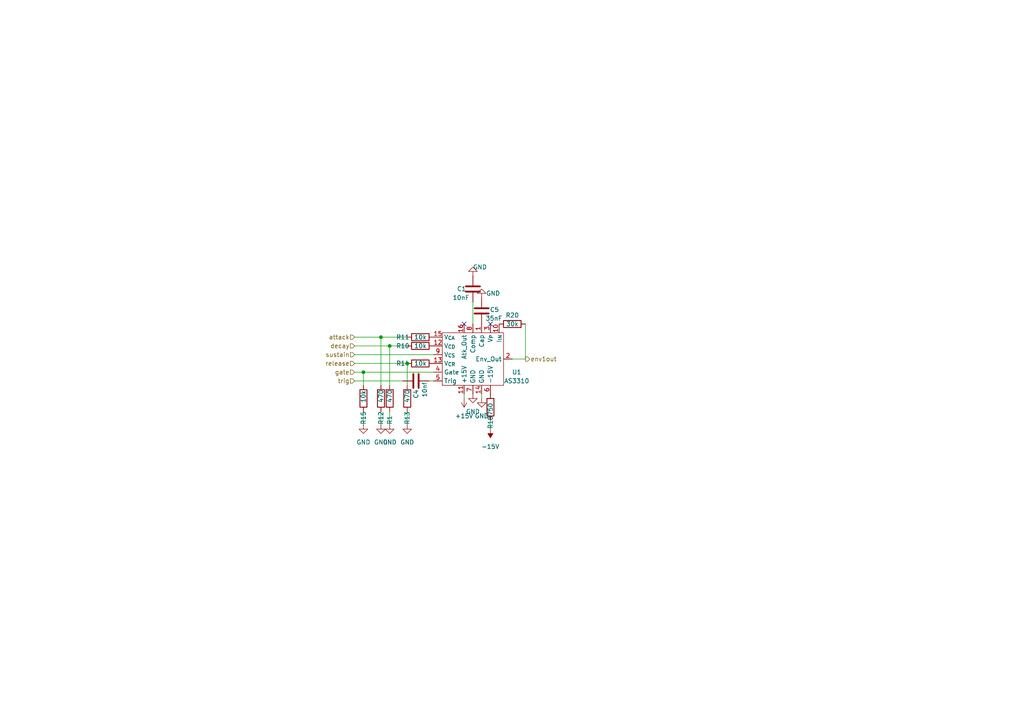
<source format=kicad_sch>
(kicad_sch (version 20211123) (generator eeschema)

  (uuid 628ecdc5-5310-4baa-9b41-acfd2b19e0fb)

  (paper "A4")

  (lib_symbols
    (symbol "Device:C" (pin_numbers hide) (pin_names (offset 0.254)) (in_bom yes) (on_board yes)
      (property "Reference" "C" (id 0) (at 0.635 2.54 0)
        (effects (font (size 1.27 1.27)) (justify left))
      )
      (property "Value" "C" (id 1) (at 0.635 -2.54 0)
        (effects (font (size 1.27 1.27)) (justify left))
      )
      (property "Footprint" "" (id 2) (at 0.9652 -3.81 0)
        (effects (font (size 1.27 1.27)) hide)
      )
      (property "Datasheet" "~" (id 3) (at 0 0 0)
        (effects (font (size 1.27 1.27)) hide)
      )
      (property "ki_keywords" "cap capacitor" (id 4) (at 0 0 0)
        (effects (font (size 1.27 1.27)) hide)
      )
      (property "ki_description" "Unpolarized capacitor" (id 5) (at 0 0 0)
        (effects (font (size 1.27 1.27)) hide)
      )
      (property "ki_fp_filters" "C_*" (id 6) (at 0 0 0)
        (effects (font (size 1.27 1.27)) hide)
      )
      (symbol "C_0_1"
        (polyline
          (pts
            (xy -2.032 -0.762)
            (xy 2.032 -0.762)
          )
          (stroke (width 0.508) (type default) (color 0 0 0 0))
          (fill (type none))
        )
        (polyline
          (pts
            (xy -2.032 0.762)
            (xy 2.032 0.762)
          )
          (stroke (width 0.508) (type default) (color 0 0 0 0))
          (fill (type none))
        )
      )
      (symbol "C_1_1"
        (pin passive line (at 0 3.81 270) (length 2.794)
          (name "~" (effects (font (size 1.27 1.27))))
          (number "1" (effects (font (size 1.27 1.27))))
        )
        (pin passive line (at 0 -3.81 90) (length 2.794)
          (name "~" (effects (font (size 1.27 1.27))))
          (number "2" (effects (font (size 1.27 1.27))))
        )
      )
    )
    (symbol "Device:R" (pin_numbers hide) (pin_names (offset 0)) (in_bom yes) (on_board yes)
      (property "Reference" "R" (id 0) (at 2.032 0 90)
        (effects (font (size 1.27 1.27)))
      )
      (property "Value" "R" (id 1) (at 0 0 90)
        (effects (font (size 1.27 1.27)))
      )
      (property "Footprint" "" (id 2) (at -1.778 0 90)
        (effects (font (size 1.27 1.27)) hide)
      )
      (property "Datasheet" "~" (id 3) (at 0 0 0)
        (effects (font (size 1.27 1.27)) hide)
      )
      (property "ki_keywords" "R res resistor" (id 4) (at 0 0 0)
        (effects (font (size 1.27 1.27)) hide)
      )
      (property "ki_description" "Resistor" (id 5) (at 0 0 0)
        (effects (font (size 1.27 1.27)) hide)
      )
      (property "ki_fp_filters" "R_*" (id 6) (at 0 0 0)
        (effects (font (size 1.27 1.27)) hide)
      )
      (symbol "R_0_1"
        (rectangle (start -1.016 -2.54) (end 1.016 2.54)
          (stroke (width 0.254) (type default) (color 0 0 0 0))
          (fill (type none))
        )
      )
      (symbol "R_1_1"
        (pin passive line (at 0 3.81 270) (length 1.27)
          (name "~" (effects (font (size 1.27 1.27))))
          (number "1" (effects (font (size 1.27 1.27))))
        )
        (pin passive line (at 0 -3.81 90) (length 1.27)
          (name "~" (effects (font (size 1.27 1.27))))
          (number "2" (effects (font (size 1.27 1.27))))
        )
      )
    )
    (symbol "Synth_Parts:AS3310" (in_bom yes) (on_board yes)
      (property "Reference" "U" (id 0) (at -3.81 1.27 0)
        (effects (font (size 1.27 1.27)))
      )
      (property "Value" "AS3310" (id 1) (at -3.81 5.08 0)
        (effects (font (size 1.27 1.27)))
      )
      (property "Footprint" "Package_DIP:DIP-18_W7.62mm_Socket" (id 2) (at 0 0 0)
        (effects (font (size 1.27 1.27)) hide)
      )
      (property "Datasheet" "" (id 3) (at 0 0 0)
        (effects (font (size 1.27 1.27)) hide)
      )
      (property "ki_description" "ADSR" (id 4) (at 0 0 0)
        (effects (font (size 1.27 1.27)) hide)
      )
      (symbol "AS3310_0_1"
        (rectangle (start -5.08 -1.27) (end 12.7 -16.51)
          (stroke (width 0) (type default) (color 0 0 0 0))
          (fill (type none))
        )
        (pin output line (at 6.35 1.27 270) (length 2.54)
          (name "Cap" (effects (font (size 1.27 1.27))))
          (number "1" (effects (font (size 1.27 1.27))))
        )
        (pin output line (at 11.43 1.27 270) (length 2.54)
          (name "I_{IN}" (effects (font (size 1.27 1.27))))
          (number "10" (effects (font (size 1.27 1.27))))
        )
        (pin output line (at 1.27 -19.05 90) (length 2.54)
          (name "+15V" (effects (font (size 1.27 1.27))))
          (number "11" (effects (font (size 1.27 1.27))))
        )
        (pin output line (at -7.62 -5.08 0) (length 2.54)
          (name "V_{CD}" (effects (font (size 1.27 1.27))))
          (number "12" (effects (font (size 1.27 1.27))))
        )
        (pin output line (at -7.62 -10.16 0) (length 2.54)
          (name "V_{CR}" (effects (font (size 1.27 1.27))))
          (number "13" (effects (font (size 1.27 1.27))))
        )
        (pin output line (at 6.35 -19.05 90) (length 2.54)
          (name "GND" (effects (font (size 1.27 1.27))))
          (number "14" (effects (font (size 1.27 1.27))))
        )
        (pin output line (at -7.62 -2.54 0) (length 2.54)
          (name "V_{CA}" (effects (font (size 1.27 1.27))))
          (number "15" (effects (font (size 1.27 1.27))))
        )
        (pin output line (at 1.27 1.27 270) (length 2.54)
          (name "Atk_Out" (effects (font (size 1.27 1.27))))
          (number "16" (effects (font (size 1.27 1.27))))
        )
        (pin output line (at 15.24 -8.89 180) (length 2.54)
          (name "Env_Out" (effects (font (size 1.27 1.27))))
          (number "2" (effects (font (size 1.27 1.27))))
        )
        (pin output line (at 8.89 1.27 270) (length 2.54)
          (name "V_{P}" (effects (font (size 1.27 1.27))))
          (number "3" (effects (font (size 1.27 1.27))))
        )
        (pin output line (at -7.62 -12.7 0) (length 2.54)
          (name "Gate" (effects (font (size 1.27 1.27))))
          (number "4" (effects (font (size 1.27 1.27))))
        )
        (pin output line (at -7.62 -15.24 0) (length 2.54)
          (name "Trig" (effects (font (size 1.27 1.27))))
          (number "5" (effects (font (size 1.27 1.27))))
        )
        (pin output line (at 8.89 -19.05 90) (length 2.54)
          (name "-15V" (effects (font (size 1.27 1.27))))
          (number "6" (effects (font (size 1.27 1.27))))
        )
        (pin output line (at 3.81 -19.05 90) (length 2.54)
          (name "GND" (effects (font (size 1.27 1.27))))
          (number "7" (effects (font (size 1.27 1.27))))
        )
        (pin output line (at 3.81 1.27 270) (length 2.54)
          (name "Comp" (effects (font (size 1.27 1.27))))
          (number "8" (effects (font (size 1.27 1.27))))
        )
        (pin output line (at -7.62 -7.62 0) (length 2.54)
          (name "V_{CS}" (effects (font (size 1.27 1.27))))
          (number "9" (effects (font (size 1.27 1.27))))
        )
      )
    )
    (symbol "power:+15V" (power) (pin_names (offset 0)) (in_bom yes) (on_board yes)
      (property "Reference" "#PWR" (id 0) (at 0 -3.81 0)
        (effects (font (size 1.27 1.27)) hide)
      )
      (property "Value" "+15V" (id 1) (at 0 3.556 0)
        (effects (font (size 1.27 1.27)))
      )
      (property "Footprint" "" (id 2) (at 0 0 0)
        (effects (font (size 1.27 1.27)) hide)
      )
      (property "Datasheet" "" (id 3) (at 0 0 0)
        (effects (font (size 1.27 1.27)) hide)
      )
      (property "ki_keywords" "power-flag" (id 4) (at 0 0 0)
        (effects (font (size 1.27 1.27)) hide)
      )
      (property "ki_description" "Power symbol creates a global label with name \"+15V\"" (id 5) (at 0 0 0)
        (effects (font (size 1.27 1.27)) hide)
      )
      (symbol "+15V_0_1"
        (polyline
          (pts
            (xy -0.762 1.27)
            (xy 0 2.54)
          )
          (stroke (width 0) (type default) (color 0 0 0 0))
          (fill (type none))
        )
        (polyline
          (pts
            (xy 0 0)
            (xy 0 2.54)
          )
          (stroke (width 0) (type default) (color 0 0 0 0))
          (fill (type none))
        )
        (polyline
          (pts
            (xy 0 2.54)
            (xy 0.762 1.27)
          )
          (stroke (width 0) (type default) (color 0 0 0 0))
          (fill (type none))
        )
      )
      (symbol "+15V_1_1"
        (pin power_in line (at 0 0 90) (length 0) hide
          (name "+15V" (effects (font (size 1.27 1.27))))
          (number "1" (effects (font (size 1.27 1.27))))
        )
      )
    )
    (symbol "power:-15V" (power) (pin_names (offset 0)) (in_bom yes) (on_board yes)
      (property "Reference" "#PWR" (id 0) (at 0 2.54 0)
        (effects (font (size 1.27 1.27)) hide)
      )
      (property "Value" "-15V" (id 1) (at 0 3.81 0)
        (effects (font (size 1.27 1.27)))
      )
      (property "Footprint" "" (id 2) (at 0 0 0)
        (effects (font (size 1.27 1.27)) hide)
      )
      (property "Datasheet" "" (id 3) (at 0 0 0)
        (effects (font (size 1.27 1.27)) hide)
      )
      (property "ki_keywords" "power-flag" (id 4) (at 0 0 0)
        (effects (font (size 1.27 1.27)) hide)
      )
      (property "ki_description" "Power symbol creates a global label with name \"-15V\"" (id 5) (at 0 0 0)
        (effects (font (size 1.27 1.27)) hide)
      )
      (symbol "-15V_0_0"
        (pin power_in line (at 0 0 90) (length 0) hide
          (name "-15V" (effects (font (size 1.27 1.27))))
          (number "1" (effects (font (size 1.27 1.27))))
        )
      )
      (symbol "-15V_0_1"
        (polyline
          (pts
            (xy 0 0)
            (xy 0 1.27)
            (xy 0.762 1.27)
            (xy 0 2.54)
            (xy -0.762 1.27)
            (xy 0 1.27)
          )
          (stroke (width 0) (type default) (color 0 0 0 0))
          (fill (type outline))
        )
      )
    )
    (symbol "power:GND" (power) (pin_names (offset 0)) (in_bom yes) (on_board yes)
      (property "Reference" "#PWR" (id 0) (at 0 -6.35 0)
        (effects (font (size 1.27 1.27)) hide)
      )
      (property "Value" "GND" (id 1) (at 0 -3.81 0)
        (effects (font (size 1.27 1.27)))
      )
      (property "Footprint" "" (id 2) (at 0 0 0)
        (effects (font (size 1.27 1.27)) hide)
      )
      (property "Datasheet" "" (id 3) (at 0 0 0)
        (effects (font (size 1.27 1.27)) hide)
      )
      (property "ki_keywords" "power-flag" (id 4) (at 0 0 0)
        (effects (font (size 1.27 1.27)) hide)
      )
      (property "ki_description" "Power symbol creates a global label with name \"GND\" , ground" (id 5) (at 0 0 0)
        (effects (font (size 1.27 1.27)) hide)
      )
      (symbol "GND_0_1"
        (polyline
          (pts
            (xy 0 0)
            (xy 0 -1.27)
            (xy 1.27 -1.27)
            (xy 0 -2.54)
            (xy -1.27 -1.27)
            (xy 0 -1.27)
          )
          (stroke (width 0) (type default) (color 0 0 0 0))
          (fill (type none))
        )
      )
      (symbol "GND_1_1"
        (pin power_in line (at 0 0 270) (length 0) hide
          (name "GND" (effects (font (size 1.27 1.27))))
          (number "1" (effects (font (size 1.27 1.27))))
        )
      )
    )
  )

  (junction (at 118.11 105.41) (diameter 0) (color 0 0 0 0)
    (uuid 490b05ab-2a8c-498e-8ac5-7522e087ee27)
  )
  (junction (at 110.49 97.79) (diameter 0) (color 0 0 0 0)
    (uuid 4993df81-784b-4858-bb0f-fd0cac5e3c8a)
  )
  (junction (at 105.41 107.95) (diameter 0) (color 0 0 0 0)
    (uuid 63ba01e9-a466-4be6-b778-045e782189fb)
  )
  (junction (at 113.03 100.33) (diameter 0) (color 0 0 0 0)
    (uuid 9a685b70-c8ba-42cd-a1b7-59895b5d5754)
  )

  (no_connect (at 142.24 93.98) (uuid b1c4ecad-9410-4752-a901-ba196e83fe06))
  (no_connect (at 134.62 93.98) (uuid b1c4ecad-9410-4752-a901-ba196e83fe07))

  (wire (pts (xy 148.59 104.14) (xy 152.4 104.14))
    (stroke (width 0) (type default) (color 0 0 0 0))
    (uuid 0f376dd6-3068-427a-9065-8842911d2135)
  )
  (wire (pts (xy 113.03 100.33) (xy 113.03 111.76))
    (stroke (width 0) (type default) (color 0 0 0 0))
    (uuid 1d4f3fa0-dad0-42af-b403-79a45919daea)
  )
  (wire (pts (xy 124.46 110.49) (xy 125.73 110.49))
    (stroke (width 0) (type default) (color 0 0 0 0))
    (uuid 32408042-0d30-4cff-9eec-3b46eae4a61e)
  )
  (wire (pts (xy 142.24 124.46) (xy 142.24 121.92))
    (stroke (width 0) (type default) (color 0 0 0 0))
    (uuid 32e7e9a1-4544-4581-b437-fa6f0317e066)
  )
  (wire (pts (xy 110.49 119.38) (xy 110.49 123.19))
    (stroke (width 0) (type default) (color 0 0 0 0))
    (uuid 3adda4b4-7773-43a0-94dc-748b40f32abe)
  )
  (wire (pts (xy 134.62 115.57) (xy 134.62 114.3))
    (stroke (width 0) (type default) (color 0 0 0 0))
    (uuid 42456f6f-dc12-4594-874b-d042300e83ec)
  )
  (wire (pts (xy 102.87 110.49) (xy 116.84 110.49))
    (stroke (width 0) (type default) (color 0 0 0 0))
    (uuid 4587bbae-5aa5-4aba-931d-43188e048f47)
  )
  (wire (pts (xy 113.03 100.33) (xy 118.11 100.33))
    (stroke (width 0) (type default) (color 0 0 0 0))
    (uuid 4fd3c809-4b46-4ca0-a7bc-4b56f81c9c3c)
  )
  (wire (pts (xy 152.4 93.98) (xy 152.4 104.14))
    (stroke (width 0) (type default) (color 0 0 0 0))
    (uuid 50e402af-c2a0-476f-8fce-3c0e9efbc916)
  )
  (wire (pts (xy 102.87 107.95) (xy 105.41 107.95))
    (stroke (width 0) (type default) (color 0 0 0 0))
    (uuid 652c2961-e6af-4746-b8de-756089139a33)
  )
  (wire (pts (xy 102.87 105.41) (xy 118.11 105.41))
    (stroke (width 0) (type default) (color 0 0 0 0))
    (uuid 6b64662a-0468-42e1-91b6-142bf4c35460)
  )
  (wire (pts (xy 137.16 87.63) (xy 137.16 93.98))
    (stroke (width 0) (type default) (color 0 0 0 0))
    (uuid 6b6dfe4c-7607-4d4f-a63f-89aaf4ff960e)
  )
  (wire (pts (xy 105.41 107.95) (xy 105.41 111.76))
    (stroke (width 0) (type default) (color 0 0 0 0))
    (uuid 89959c2c-fc80-4838-b94d-54cf40668b50)
  )
  (wire (pts (xy 105.41 119.38) (xy 105.41 123.19))
    (stroke (width 0) (type default) (color 0 0 0 0))
    (uuid 9a4df8cd-7df5-430c-b6c6-643f3f240d46)
  )
  (wire (pts (xy 102.87 102.87) (xy 125.73 102.87))
    (stroke (width 0) (type default) (color 0 0 0 0))
    (uuid a1215716-7048-458a-98b7-a6e526ba252b)
  )
  (wire (pts (xy 118.11 119.38) (xy 118.11 123.19))
    (stroke (width 0) (type default) (color 0 0 0 0))
    (uuid b6ba73c2-dba7-48f9-84f1-0ecbbd6aae61)
  )
  (wire (pts (xy 110.49 97.79) (xy 110.49 111.76))
    (stroke (width 0) (type default) (color 0 0 0 0))
    (uuid bcee4f66-f062-4dbc-b86e-35998f874d9a)
  )
  (wire (pts (xy 118.11 105.41) (xy 118.11 111.76))
    (stroke (width 0) (type default) (color 0 0 0 0))
    (uuid bf849f7d-6018-4079-aaf6-3661f15c528c)
  )
  (wire (pts (xy 139.7 115.57) (xy 139.7 114.3))
    (stroke (width 0) (type default) (color 0 0 0 0))
    (uuid c0353b0a-d203-4f86-aac1-4e00e3611e22)
  )
  (wire (pts (xy 102.87 97.79) (xy 110.49 97.79))
    (stroke (width 0) (type default) (color 0 0 0 0))
    (uuid c372de9e-43a2-4509-bea2-c0e973eaa881)
  )
  (wire (pts (xy 102.87 100.33) (xy 113.03 100.33))
    (stroke (width 0) (type default) (color 0 0 0 0))
    (uuid c4e99083-8a58-4f68-96eb-df849293d5c8)
  )
  (wire (pts (xy 105.41 107.95) (xy 125.73 107.95))
    (stroke (width 0) (type default) (color 0 0 0 0))
    (uuid cab8f0c2-f2cf-4209-a664-208374ede994)
  )
  (wire (pts (xy 113.03 119.38) (xy 113.03 123.19))
    (stroke (width 0) (type default) (color 0 0 0 0))
    (uuid d22c9903-068f-4963-bbb6-89ba172acc9d)
  )
  (wire (pts (xy 110.49 97.79) (xy 118.11 97.79))
    (stroke (width 0) (type default) (color 0 0 0 0))
    (uuid f46f0dac-82b0-4599-8243-996ffad65dca)
  )

  (hierarchical_label "trig" (shape input) (at 102.87 110.49 180)
    (effects (font (size 1.27 1.27)) (justify right))
    (uuid 117311b9-e780-4aa4-9105-ca6bf2c38695)
  )
  (hierarchical_label "decay" (shape input) (at 102.87 100.33 180)
    (effects (font (size 1.27 1.27)) (justify right))
    (uuid 6c5ceae2-0012-4ad0-9548-56909d3d1684)
  )
  (hierarchical_label "env1out" (shape output) (at 152.4 104.14 0)
    (effects (font (size 1.27 1.27)) (justify left))
    (uuid 757c7103-917e-4b81-aaee-735fbbca05a7)
  )
  (hierarchical_label "release" (shape input) (at 102.87 105.41 180)
    (effects (font (size 1.27 1.27)) (justify right))
    (uuid 82a209c9-5cc9-4332-adec-443a86027fcd)
  )
  (hierarchical_label "attack" (shape input) (at 102.87 97.79 180)
    (effects (font (size 1.27 1.27)) (justify right))
    (uuid 85fbddeb-629b-4c09-8510-f9769f740101)
  )
  (hierarchical_label "gate" (shape input) (at 102.87 107.95 180)
    (effects (font (size 1.27 1.27)) (justify right))
    (uuid e9dcefb1-7eee-454c-a48b-e792e303dbc5)
  )
  (hierarchical_label "sustain" (shape input) (at 102.87 102.87 180)
    (effects (font (size 1.27 1.27)) (justify right))
    (uuid ed972e77-e152-4756-bada-8b98c24fbe9d)
  )

  (symbol (lib_id "Device:R") (at 118.11 115.57 0) (unit 1)
    (in_bom yes) (on_board yes)
    (uuid 04c9f2f4-0513-47e0-ad2f-9cdf85dd04af)
    (property "Reference" "R13" (id 0) (at 118.11 123.19 90)
      (effects (font (size 1.27 1.27)) (justify left))
    )
    (property "Value" "470" (id 1) (at 118.11 116.84 90)
      (effects (font (size 1.27 1.27)) (justify left))
    )
    (property "Footprint" "Resistor_THT:R_Axial_DIN0207_L6.3mm_D2.5mm_P10.16mm_Horizontal" (id 2) (at 116.332 115.57 90)
      (effects (font (size 1.27 1.27)) hide)
    )
    (property "Datasheet" "~" (id 3) (at 118.11 115.57 0)
      (effects (font (size 1.27 1.27)) hide)
    )
    (pin "1" (uuid d1ef866f-f6da-46fe-8ab1-8c639815a87b))
    (pin "2" (uuid 3fdd44ad-bc35-4f41-89c9-a2235dbd6ab7))
  )

  (symbol (lib_id "power:GND") (at 139.7 115.57 0) (unit 1)
    (in_bom yes) (on_board yes) (fields_autoplaced)
    (uuid 346dd5dd-6242-4dc6-a3a6-a59e1ea5e4f2)
    (property "Reference" "#PWR086" (id 0) (at 139.7 121.92 0)
      (effects (font (size 1.27 1.27)) hide)
    )
    (property "Value" "GND" (id 1) (at 139.7 120.65 0))
    (property "Footprint" "" (id 2) (at 139.7 115.57 0)
      (effects (font (size 1.27 1.27)) hide)
    )
    (property "Datasheet" "" (id 3) (at 139.7 115.57 0)
      (effects (font (size 1.27 1.27)) hide)
    )
    (pin "1" (uuid 69b11daf-df20-4d4d-b5ea-6cb3105b6cd4))
  )

  (symbol (lib_id "Device:R") (at 110.49 115.57 0) (unit 1)
    (in_bom yes) (on_board yes)
    (uuid 4a622ce0-986e-4191-b45e-b83fd16664f3)
    (property "Reference" "R12" (id 0) (at 110.49 123.19 90)
      (effects (font (size 1.27 1.27)) (justify left))
    )
    (property "Value" "470" (id 1) (at 110.49 116.84 90)
      (effects (font (size 1.27 1.27)) (justify left))
    )
    (property "Footprint" "Resistor_THT:R_Axial_DIN0207_L6.3mm_D2.5mm_P10.16mm_Horizontal" (id 2) (at 108.712 115.57 90)
      (effects (font (size 1.27 1.27)) hide)
    )
    (property "Datasheet" "~" (id 3) (at 110.49 115.57 0)
      (effects (font (size 1.27 1.27)) hide)
    )
    (pin "1" (uuid b08e4847-5dd0-4976-a18f-2810e414ec77))
    (pin "2" (uuid 31b5dfb4-9462-452a-bfbc-666b523f6e73))
  )

  (symbol (lib_id "power:+15V") (at 134.62 115.57 180) (unit 1)
    (in_bom yes) (on_board yes) (fields_autoplaced)
    (uuid 58618f64-63ea-49bc-8ec4-c067c4735911)
    (property "Reference" "#PWR085" (id 0) (at 134.62 111.76 0)
      (effects (font (size 1.27 1.27)) hide)
    )
    (property "Value" "+15V" (id 1) (at 134.62 120.65 0))
    (property "Footprint" "" (id 2) (at 134.62 115.57 0)
      (effects (font (size 1.27 1.27)) hide)
    )
    (property "Datasheet" "" (id 3) (at 134.62 115.57 0)
      (effects (font (size 1.27 1.27)) hide)
    )
    (pin "1" (uuid 40a178a5-d5bc-44eb-b0d5-57246c77966b))
  )

  (symbol (lib_id "Device:R") (at 105.41 115.57 0) (unit 1)
    (in_bom yes) (on_board yes)
    (uuid 61c17d79-5f18-4bc3-9dfb-c9307910f2a8)
    (property "Reference" "R15" (id 0) (at 105.41 123.19 90)
      (effects (font (size 1.27 1.27)) (justify left))
    )
    (property "Value" "10k" (id 1) (at 105.41 116.84 90)
      (effects (font (size 1.27 1.27)) (justify left))
    )
    (property "Footprint" "Resistor_THT:R_Axial_DIN0207_L6.3mm_D2.5mm_P10.16mm_Horizontal" (id 2) (at 103.632 115.57 90)
      (effects (font (size 1.27 1.27)) hide)
    )
    (property "Datasheet" "~" (id 3) (at 105.41 115.57 0)
      (effects (font (size 1.27 1.27)) hide)
    )
    (pin "1" (uuid 5ad33c91-3edf-4521-a3a8-a5e6493c6a0b))
    (pin "2" (uuid 10ab5787-5f79-469b-98db-f9c424bd65de))
  )

  (symbol (lib_id "Device:R") (at 142.24 118.11 0) (unit 1)
    (in_bom yes) (on_board yes)
    (uuid 64b7a6bc-0f2f-4c76-b3e7-5f9910dc5873)
    (property "Reference" "R18" (id 0) (at 142.24 124.46 90)
      (effects (font (size 1.27 1.27)) (justify left))
    )
    (property "Value" "750" (id 1) (at 142.24 120.65 90)
      (effects (font (size 1.27 1.27)) (justify left))
    )
    (property "Footprint" "Resistor_THT:R_Axial_DIN0207_L6.3mm_D2.5mm_P10.16mm_Horizontal" (id 2) (at 140.462 118.11 90)
      (effects (font (size 1.27 1.27)) hide)
    )
    (property "Datasheet" "~" (id 3) (at 142.24 118.11 0)
      (effects (font (size 1.27 1.27)) hide)
    )
    (pin "1" (uuid 0bba4540-818d-4a7c-b743-13add055e78c))
    (pin "2" (uuid ebe835fa-3360-4039-9bc7-1583628d24b1))
  )

  (symbol (lib_id "Device:R") (at 148.59 93.98 90) (unit 1)
    (in_bom yes) (on_board yes)
    (uuid 711c6455-4fde-4a47-8ec9-4666bf4dffd2)
    (property "Reference" "R20" (id 0) (at 148.59 91.44 90))
    (property "Value" "30k" (id 1) (at 148.59 93.98 90))
    (property "Footprint" "Resistor_THT:R_Axial_DIN0207_L6.3mm_D2.5mm_P10.16mm_Horizontal" (id 2) (at 148.59 95.758 90)
      (effects (font (size 1.27 1.27)) hide)
    )
    (property "Datasheet" "~" (id 3) (at 148.59 93.98 0)
      (effects (font (size 1.27 1.27)) hide)
    )
    (pin "1" (uuid 00e307cd-2355-4169-8b20-a8cb113dda3d))
    (pin "2" (uuid b0df4f05-36ca-4b37-b62e-d9c4bfe9ccad))
  )

  (symbol (lib_id "Device:R") (at 113.03 115.57 0) (unit 1)
    (in_bom yes) (on_board yes)
    (uuid 7162b7e2-01e3-4efb-8846-89d812ea1b61)
    (property "Reference" "R1" (id 0) (at 113.03 123.19 90)
      (effects (font (size 1.27 1.27)) (justify left))
    )
    (property "Value" "470" (id 1) (at 113.03 116.84 90)
      (effects (font (size 1.27 1.27)) (justify left))
    )
    (property "Footprint" "Resistor_THT:R_Axial_DIN0207_L6.3mm_D2.5mm_P10.16mm_Horizontal" (id 2) (at 111.252 115.57 90)
      (effects (font (size 1.27 1.27)) hide)
    )
    (property "Datasheet" "~" (id 3) (at 113.03 115.57 0)
      (effects (font (size 1.27 1.27)) hide)
    )
    (pin "1" (uuid 8633d684-da16-4bbe-8a1b-1aaff63620c1))
    (pin "2" (uuid b44a55d2-2dfd-4909-ad3e-793bf8bd8efd))
  )

  (symbol (lib_id "power:GND") (at 105.41 123.19 0) (unit 1)
    (in_bom yes) (on_board yes) (fields_autoplaced)
    (uuid 8a691db1-8ef1-47ac-926a-a2b2731385a5)
    (property "Reference" "#PWR087" (id 0) (at 105.41 129.54 0)
      (effects (font (size 1.27 1.27)) hide)
    )
    (property "Value" "GND" (id 1) (at 105.41 128.27 0))
    (property "Footprint" "" (id 2) (at 105.41 123.19 0)
      (effects (font (size 1.27 1.27)) hide)
    )
    (property "Datasheet" "" (id 3) (at 105.41 123.19 0)
      (effects (font (size 1.27 1.27)) hide)
    )
    (pin "1" (uuid 82edbe1a-0a7c-422b-aa47-f226aa5ba97b))
  )

  (symbol (lib_id "power:GND") (at 137.16 114.3 0) (unit 1)
    (in_bom yes) (on_board yes) (fields_autoplaced)
    (uuid 8b4514f0-85bc-4f18-8524-fec1ba0ed875)
    (property "Reference" "#PWR084" (id 0) (at 137.16 120.65 0)
      (effects (font (size 1.27 1.27)) hide)
    )
    (property "Value" "GND" (id 1) (at 137.16 119.38 0))
    (property "Footprint" "" (id 2) (at 137.16 114.3 0)
      (effects (font (size 1.27 1.27)) hide)
    )
    (property "Datasheet" "" (id 3) (at 137.16 114.3 0)
      (effects (font (size 1.27 1.27)) hide)
    )
    (pin "1" (uuid 8814f942-3a5b-4d17-b4e5-0c1fe00d0016))
  )

  (symbol (lib_id "power:GND") (at 118.11 123.19 0) (unit 1)
    (in_bom yes) (on_board yes) (fields_autoplaced)
    (uuid 96f45b7c-3ab0-406e-bd62-eb799af00298)
    (property "Reference" "#PWR090" (id 0) (at 118.11 129.54 0)
      (effects (font (size 1.27 1.27)) hide)
    )
    (property "Value" "GND" (id 1) (at 118.11 128.27 0))
    (property "Footprint" "" (id 2) (at 118.11 123.19 0)
      (effects (font (size 1.27 1.27)) hide)
    )
    (property "Datasheet" "" (id 3) (at 118.11 123.19 0)
      (effects (font (size 1.27 1.27)) hide)
    )
    (pin "1" (uuid 5c8ba9bc-0f0f-492a-a535-d8ceff735f9a))
  )

  (symbol (lib_id "Device:R") (at 121.92 100.33 90) (unit 1)
    (in_bom yes) (on_board yes)
    (uuid 9c84f91c-c472-48ea-b21a-154514f85516)
    (property "Reference" "R10" (id 0) (at 116.84 100.33 90))
    (property "Value" "10k" (id 1) (at 121.92 100.33 90))
    (property "Footprint" "Resistor_THT:R_Axial_DIN0207_L6.3mm_D2.5mm_P10.16mm_Horizontal" (id 2) (at 121.92 102.108 90)
      (effects (font (size 1.27 1.27)) hide)
    )
    (property "Datasheet" "~" (id 3) (at 121.92 100.33 0)
      (effects (font (size 1.27 1.27)) hide)
    )
    (pin "1" (uuid 42f50931-c614-4889-b562-7f91955e1e22))
    (pin "2" (uuid 27ba2edc-8df9-42f8-8491-d60854463674))
  )

  (symbol (lib_id "Device:C") (at 120.65 110.49 90) (unit 1)
    (in_bom yes) (on_board yes)
    (uuid 9e8f0f1f-2d05-4811-95ef-6bc8ef64ebc1)
    (property "Reference" "C4" (id 0) (at 120.65 114.3 0))
    (property "Value" "10nf" (id 1) (at 123.19 113.03 0))
    (property "Footprint" "Capacitor_THT:C_Disc_D5.0mm_W2.5mm_P5.00mm" (id 2) (at 124.46 109.5248 0)
      (effects (font (size 1.27 1.27)) hide)
    )
    (property "Datasheet" "~" (id 3) (at 120.65 110.49 0)
      (effects (font (size 1.27 1.27)) hide)
    )
    (pin "1" (uuid 420581d4-6581-4ff6-90c8-9a44e103f4e0))
    (pin "2" (uuid 7509eea9-3214-478e-a311-803b0cfb5003))
  )

  (symbol (lib_id "power:GND") (at 139.7 86.36 180) (unit 1)
    (in_bom yes) (on_board yes)
    (uuid a14a669a-a8a4-4666-8bda-bad216fd22ff)
    (property "Reference" "#PWR083" (id 0) (at 139.7 80.01 0)
      (effects (font (size 1.27 1.27)) hide)
    )
    (property "Value" "GND" (id 1) (at 140.97 85.09 0)
      (effects (font (size 1.27 1.27)) (justify right))
    )
    (property "Footprint" "" (id 2) (at 139.7 86.36 0)
      (effects (font (size 1.27 1.27)) hide)
    )
    (property "Datasheet" "" (id 3) (at 139.7 86.36 0)
      (effects (font (size 1.27 1.27)) hide)
    )
    (pin "1" (uuid bdfc2eda-b68e-4c21-b5ee-3aa1d2929e8f))
  )

  (symbol (lib_id "power:-15V") (at 142.24 124.46 180) (unit 1)
    (in_bom yes) (on_board yes) (fields_autoplaced)
    (uuid a367abd0-c31e-4479-9c13-1d51419267c8)
    (property "Reference" "#PWR091" (id 0) (at 142.24 127 0)
      (effects (font (size 1.27 1.27)) hide)
    )
    (property "Value" "-15V" (id 1) (at 142.24 129.54 0))
    (property "Footprint" "" (id 2) (at 142.24 124.46 0)
      (effects (font (size 1.27 1.27)) hide)
    )
    (property "Datasheet" "" (id 3) (at 142.24 124.46 0)
      (effects (font (size 1.27 1.27)) hide)
    )
    (pin "1" (uuid 1f9b3fc6-0a11-403a-93b9-91fb50ef11f9))
  )

  (symbol (lib_id "Device:C") (at 137.16 83.82 0) (unit 1)
    (in_bom yes) (on_board yes)
    (uuid a684326c-0ef2-45fb-9565-0a68ef9ada90)
    (property "Reference" "C1" (id 0) (at 132.5334 83.7944 0)
      (effects (font (size 1.27 1.27)) (justify left))
    )
    (property "Value" "10nF" (id 1) (at 131.2634 86.3344 0)
      (effects (font (size 1.27 1.27)) (justify left))
    )
    (property "Footprint" "Capacitor_THT:C_Disc_D5.0mm_W2.5mm_P5.00mm" (id 2) (at 138.1252 87.63 0)
      (effects (font (size 1.27 1.27)) hide)
    )
    (property "Datasheet" "~" (id 3) (at 137.16 83.82 0)
      (effects (font (size 1.27 1.27)) hide)
    )
    (pin "1" (uuid 0b809a70-0b7d-4a00-a363-a184d7fc1db0))
    (pin "2" (uuid 318c3ec6-402e-4fa5-a1df-ce81d2a66d6e))
  )

  (symbol (lib_id "Device:C") (at 139.7 90.17 0) (unit 1)
    (in_bom yes) (on_board yes)
    (uuid aa89771a-b1ba-4fc4-9177-5da66ca41073)
    (property "Reference" "C5" (id 0) (at 142.0712 89.8068 0)
      (effects (font (size 1.27 1.27)) (justify left))
    )
    (property "Value" "35nF" (id 1) (at 140.8012 92.3468 0)
      (effects (font (size 1.27 1.27)) (justify left))
    )
    (property "Footprint" "Capacitor_THT:C_Disc_D5.0mm_W2.5mm_P5.00mm" (id 2) (at 140.6652 93.98 0)
      (effects (font (size 1.27 1.27)) hide)
    )
    (property "Datasheet" "~" (id 3) (at 139.7 90.17 0)
      (effects (font (size 1.27 1.27)) hide)
    )
    (pin "1" (uuid 256d4d8c-b860-44f9-bd29-efe5043a0073))
    (pin "2" (uuid 2ec92d40-b0f6-447f-9e6f-8cfbea7120ed))
  )

  (symbol (lib_id "Synth_Parts:AS3310") (at 133.35 95.25 0) (unit 1)
    (in_bom yes) (on_board yes)
    (uuid d12e6f61-72a5-4287-8fa9-411f1b49cfce)
    (property "Reference" "U1" (id 0) (at 149.86 107.95 0))
    (property "Value" "AS3310" (id 1) (at 149.86 110.49 0))
    (property "Footprint" "Package_DIP:DIP-16_W7.62mm_Socket" (id 2) (at 133.35 95.25 0)
      (effects (font (size 1.27 1.27)) hide)
    )
    (property "Datasheet" "" (id 3) (at 133.35 95.25 0)
      (effects (font (size 1.27 1.27)) hide)
    )
    (pin "1" (uuid 2408d46f-5f3f-47d0-9ba7-0fa32f8e598e))
    (pin "10" (uuid 6ec236b0-c4c2-40a9-a3a4-50f8070c2988))
    (pin "11" (uuid b055b6b1-e03a-494b-adaa-54025f50108f))
    (pin "12" (uuid 332e4de6-33a4-4a0c-b31b-970a3749ce68))
    (pin "13" (uuid 1451aaa6-c032-445d-aa48-ded1eb396769))
    (pin "14" (uuid b467bce3-5bf7-4262-b719-ccacd97116b8))
    (pin "15" (uuid 2b0c19ac-0a99-4805-b6d0-a918c26d2baa))
    (pin "16" (uuid c31ba397-695d-4b3d-9e46-13d5dd725d49))
    (pin "2" (uuid 920203bd-4f30-4168-b66b-67cd5ae70f44))
    (pin "3" (uuid 5b834e16-c40c-4b4b-9dc7-0e7c4a147d0c))
    (pin "4" (uuid 5a936c62-23b9-4648-9f76-99a11c33e3c8))
    (pin "5" (uuid 4a82a695-e5aa-4e89-a72c-93252f660a0d))
    (pin "6" (uuid a52023b0-1a8c-47ec-858d-afab4ae3c2d4))
    (pin "7" (uuid fd42c09f-a828-47f6-ad8a-c52083e0ce33))
    (pin "8" (uuid fd61daa6-e39b-49ee-81ed-3c13399dd56b))
    (pin "9" (uuid eece4c55-a84c-4fb4-8ef6-624f4c46798d))
  )

  (symbol (lib_id "Device:R") (at 121.92 97.79 90) (unit 1)
    (in_bom yes) (on_board yes)
    (uuid ec6e8ec5-57dd-4ba3-b3d5-ad053c89a8f0)
    (property "Reference" "R11" (id 0) (at 116.84 97.79 90))
    (property "Value" "10k" (id 1) (at 121.92 97.79 90))
    (property "Footprint" "Resistor_THT:R_Axial_DIN0207_L6.3mm_D2.5mm_P10.16mm_Horizontal" (id 2) (at 121.92 99.568 90)
      (effects (font (size 1.27 1.27)) hide)
    )
    (property "Datasheet" "~" (id 3) (at 121.92 97.79 0)
      (effects (font (size 1.27 1.27)) hide)
    )
    (pin "1" (uuid 4b7f8068-1d6c-43ff-a875-ea116ec3190d))
    (pin "2" (uuid 36ab4c2a-fba2-430b-a924-846ffa071511))
  )

  (symbol (lib_id "power:GND") (at 110.49 123.19 0) (unit 1)
    (in_bom yes) (on_board yes) (fields_autoplaced)
    (uuid ee3a1295-01dd-4328-98c1-a1d6f86e74a6)
    (property "Reference" "#PWR088" (id 0) (at 110.49 129.54 0)
      (effects (font (size 1.27 1.27)) hide)
    )
    (property "Value" "GND" (id 1) (at 110.49 128.27 0))
    (property "Footprint" "" (id 2) (at 110.49 123.19 0)
      (effects (font (size 1.27 1.27)) hide)
    )
    (property "Datasheet" "" (id 3) (at 110.49 123.19 0)
      (effects (font (size 1.27 1.27)) hide)
    )
    (pin "1" (uuid c2c583b4-6cb9-4cdc-be57-a52e239b4e3d))
  )

  (symbol (lib_id "Device:R") (at 121.92 105.41 90) (unit 1)
    (in_bom yes) (on_board yes)
    (uuid f9939d92-6043-437a-ad83-367d5ca365a8)
    (property "Reference" "R14" (id 0) (at 116.84 105.41 90))
    (property "Value" "10k" (id 1) (at 121.92 105.41 90))
    (property "Footprint" "Resistor_THT:R_Axial_DIN0207_L6.3mm_D2.5mm_P10.16mm_Horizontal" (id 2) (at 121.92 107.188 90)
      (effects (font (size 1.27 1.27)) hide)
    )
    (property "Datasheet" "~" (id 3) (at 121.92 105.41 0)
      (effects (font (size 1.27 1.27)) hide)
    )
    (pin "1" (uuid 7b567dba-a817-4fbc-9fbe-ff6e3ba74ae5))
    (pin "2" (uuid b3b7f5bb-d2e5-469d-85ea-db6d02748900))
  )

  (symbol (lib_id "power:GND") (at 137.16 80.01 180) (unit 1)
    (in_bom yes) (on_board yes)
    (uuid fc76dac7-c1ce-4531-a7c8-1f2cb2989935)
    (property "Reference" "#PWR082" (id 0) (at 137.16 73.66 0)
      (effects (font (size 1.27 1.27)) hide)
    )
    (property "Value" "GND" (id 1) (at 137.16 77.47 0)
      (effects (font (size 1.27 1.27)) (justify right))
    )
    (property "Footprint" "" (id 2) (at 137.16 80.01 0)
      (effects (font (size 1.27 1.27)) hide)
    )
    (property "Datasheet" "" (id 3) (at 137.16 80.01 0)
      (effects (font (size 1.27 1.27)) hide)
    )
    (pin "1" (uuid 4639d57d-c3d1-4341-8643-cd35b73e059c))
  )

  (symbol (lib_id "power:GND") (at 113.03 123.19 0) (unit 1)
    (in_bom yes) (on_board yes) (fields_autoplaced)
    (uuid ff967d27-538b-43e0-b022-60c76f2cd730)
    (property "Reference" "#PWR089" (id 0) (at 113.03 129.54 0)
      (effects (font (size 1.27 1.27)) hide)
    )
    (property "Value" "GND" (id 1) (at 113.03 128.27 0))
    (property "Footprint" "" (id 2) (at 113.03 123.19 0)
      (effects (font (size 1.27 1.27)) hide)
    )
    (property "Datasheet" "" (id 3) (at 113.03 123.19 0)
      (effects (font (size 1.27 1.27)) hide)
    )
    (pin "1" (uuid 4e8adaef-4d27-4802-9ac2-7143fa288b80))
  )

  (sheet_instances
    (path "/" (page "1"))
  )

  (symbol_instances
    (path "/6071aa07-df64-4bf9-abb0-57912ab2abc8"
      (reference "#PWR01") (unit 1) (value "GND") (footprint "")
    )
    (path "/737ec5bc-5267-4d93-8c12-5eba234d0f98"
      (reference "#PWR02") (unit 1) (value "GND") (footprint "")
    )
    (path "/54a51097-34db-4f3a-a57f-aaf98ae84bdf"
      (reference "#PWR03") (unit 1) (value "GND") (footprint "")
    )
    (path "/e77a6946-5ad7-4c59-8d60-c0503eccbbb3"
      (reference "#PWR04") (unit 1) (value "+15V") (footprint "")
    )
    (path "/8ad57e4e-6e99-4656-a48d-4e1c6ac340d1"
      (reference "#PWR05") (unit 1) (value "GND") (footprint "")
    )
    (path "/9fe07f5b-6514-4d86-8f35-79e2539bb4a9"
      (reference "#PWR06") (unit 1) (value "GND") (footprint "")
    )
    (path "/6d4a9fac-72f8-4a06-abfd-08640f993c37"
      (reference "#PWR07") (unit 1) (value "GND") (footprint "")
    )
    (path "/562ee972-db58-45db-b7f0-197cff571eb4"
      (reference "#PWR08") (unit 1) (value "GND") (footprint "")
    )
    (path "/38a9c277-3f1f-4a8e-b5dd-aeb959811048"
      (reference "#PWR09") (unit 1) (value "GND") (footprint "")
    )
    (path "/bc489dc7-31ca-4565-957c-52d29284c0f1"
      (reference "#PWR010") (unit 1) (value "GND") (footprint "")
    )
    (path "/8706e38c-50d2-443f-8447-5e13c6450588"
      (reference "#PWR011") (unit 1) (value "-15V") (footprint "")
    )
    (path "/ead0b60a-1a50-41be-bb41-4b300ad11a3d"
      (reference "C1") (unit 1) (value "10nF") (footprint "")
    )
    (path "/c54f9070-ca17-4b97-a9fa-7179eeed2bcc"
      (reference "C2") (unit 1) (value "35nF") (footprint "")
    )
    (path "/bd41f623-e681-45f2-88be-96365772c3b2"
      (reference "C3") (unit 1) (value "10nf") (footprint "")
    )
    (path "/fe4f2a61-36e4-43c2-82d5-795f3b09ac6d"
      (reference "R1") (unit 1) (value "30k") (footprint "")
    )
    (path "/969cacbe-e594-45c2-ac9b-020b16dcf4c0"
      (reference "R2") (unit 1) (value "10k") (footprint "")
    )
    (path "/fc17406e-3d34-480b-b034-6a1293156204"
      (reference "R3") (unit 1) (value "10k") (footprint "")
    )
    (path "/20647cd0-98a9-4c41-82b0-a71d2d0378d2"
      (reference "R4") (unit 1) (value "10k") (footprint "")
    )
    (path "/5fe7a2b2-5ac6-4ad8-b113-c3a9c7bb00af"
      (reference "R5") (unit 1) (value "10k") (footprint "")
    )
    (path "/8cadac4e-9e7a-4b53-b875-cd15920eae96"
      (reference "R6") (unit 1) (value "10k") (footprint "")
    )
    (path "/3e0597d7-a02d-457c-9f4e-69599fa8d555"
      (reference "R7") (unit 1) (value "470") (footprint "")
    )
    (path "/f9c687ff-9a12-41c3-807b-f7c6418ab1a3"
      (reference "R8") (unit 1) (value "470") (footprint "")
    )
    (path "/491a9acf-d780-4e4b-a640-d279725d3092"
      (reference "R9") (unit 1) (value "470") (footprint "")
    )
    (path "/9d960b6d-3a81-4f83-84b4-a6c59b26278a"
      (reference "R10") (unit 1) (value "470") (footprint "")
    )
    (path "/584c41bb-5e57-4806-94f1-9bdc105c18ef"
      (reference "R11") (unit 1) (value "750") (footprint "")
    )
    (path "/bae26777-2cf6-4ca7-ab0f-d20ca85b60fd"
      (reference "U1") (unit 1) (value "AS3310") (footprint "Package_DIP:DIP-18_W7.62mm_Socket")
    )
  )
)

</source>
